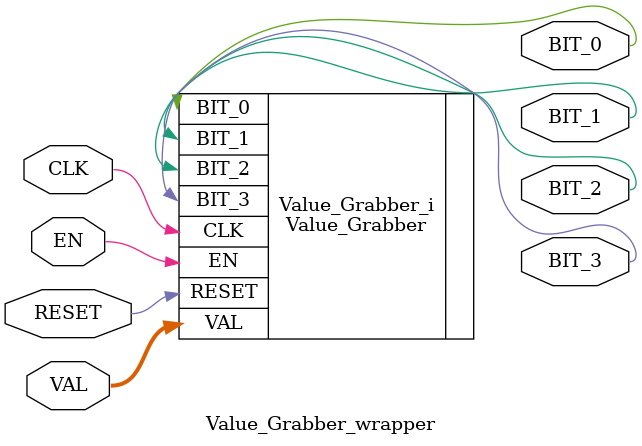
<source format=v>
`timescale 1 ps / 1 ps

module Value_Grabber_wrapper
   (BIT_0,
    BIT_1,
    BIT_2,
    BIT_3,
    CLK,
    EN,
    RESET,
    VAL);
  output BIT_0;
  output BIT_1;
  output BIT_2;
  output BIT_3;
  input CLK;
  input EN;
  input RESET;
  input [3:0]VAL;

  wire BIT_0;
  wire BIT_1;
  wire BIT_2;
  wire BIT_3;
  wire CLK;
  wire EN;
  wire RESET;
  wire [3:0]VAL;

  Value_Grabber Value_Grabber_i
       (.BIT_0(BIT_0),
        .BIT_1(BIT_1),
        .BIT_2(BIT_2),
        .BIT_3(BIT_3),
        .CLK(CLK),
        .EN(EN),
        .RESET(RESET),
        .VAL(VAL));
endmodule

</source>
